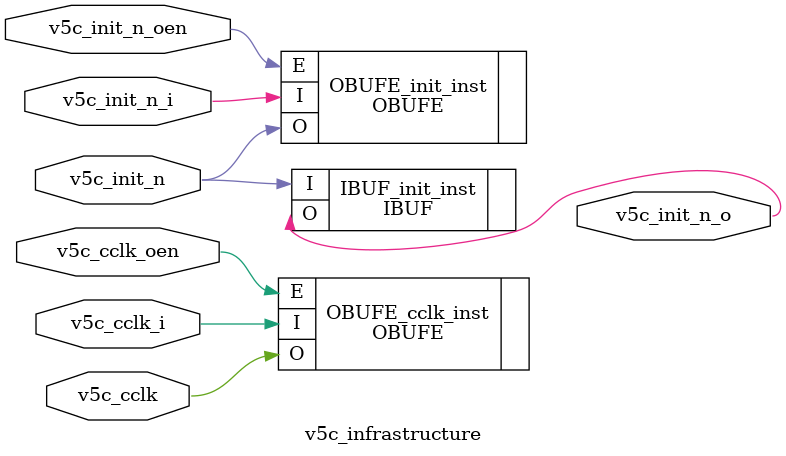
<source format=v>
module v5c_infrastructure(
    v5c_init_n,
    v5c_init_n_i, v5c_init_n_o, v5c_init_n_oen, 
    v5c_cclk,
    v5c_cclk_i, v5c_cclk_oen
  );
  inout  v5c_init_n;
  input  v5c_init_n_i;
  output v5c_init_n_o;
  input  v5c_init_n_oen;

  inout  v5c_cclk;
  input  v5c_cclk_i, v5c_cclk_oen;

  OBUFE OBUFE_init_inst(
    .E(v5c_init_n_oen), .I(v5c_init_n_i), .O(v5c_init_n)
  );

  IBUF IBUF_init_inst(
    .I(v5c_init_n), .O(v5c_init_n_o)
  );

  OBUFE OBUFE_cclk_inst(
    .E(v5c_cclk_oen), .I(v5c_cclk_i), .O(v5c_cclk)
  );

endmodule

</source>
